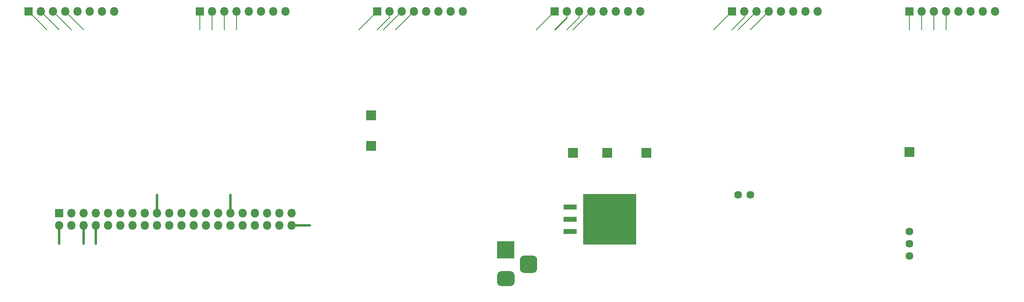
<source format=gbr>
%TF.GenerationSoftware,KiCad,Pcbnew,5.1.6-c6e7f7d~87~ubuntu20.04.1*%
%TF.CreationDate,2020-09-03T23:23:25-04:00*%
%TF.ProjectId,Nixie_Clk_Mother,4e697869-655f-4436-9c6b-5f4d6f746865,rev?*%
%TF.SameCoordinates,Original*%
%TF.FileFunction,Soldermask,Top*%
%TF.FilePolarity,Negative*%
%FSLAX46Y46*%
G04 Gerber Fmt 4.6, Leading zero omitted, Abs format (unit mm)*
G04 Created by KiCad (PCBNEW 5.1.6-c6e7f7d~87~ubuntu20.04.1) date 2020-09-03 23:23:25*
%MOMM*%
%LPD*%
G01*
G04 APERTURE LIST*
%ADD10C,0.150000*%
%ADD11C,0.250000*%
%ADD12C,0.200000*%
%ADD13C,0.500000*%
%ADD14O,1.800000X1.800000*%
%ADD15R,1.800000X1.800000*%
%ADD16C,1.624000*%
%ADD17R,2.100000X2.100000*%
%ADD18R,3.600000X3.600000*%
%ADD19R,2.792400X1.116000*%
%ADD20R,10.971200X10.564800*%
G04 APERTURE END LIST*
D10*
X239014000Y-37846000D02*
X239014000Y-41656000D01*
X236474000Y-37846000D02*
X236474000Y-41656000D01*
X233934000Y-37846000D02*
X233934000Y-41656000D01*
X231394000Y-37846000D02*
X231394000Y-41656000D01*
X202184000Y-37846000D02*
X198374000Y-41656000D01*
X199644000Y-37846000D02*
X195834000Y-41656000D01*
X197104000Y-39116000D02*
X194564000Y-41656000D01*
X197104000Y-37846000D02*
X197104000Y-39116000D01*
X194564000Y-37846000D02*
X190754000Y-41656000D01*
X165354000Y-37846000D02*
X161544000Y-41656000D01*
X162814000Y-39116000D02*
X160274000Y-41656000D01*
X162814000Y-37846000D02*
X162814000Y-39116000D01*
D11*
X160274000Y-39116000D02*
X157734000Y-41656000D01*
D10*
X160274000Y-37846000D02*
X160274000Y-39116000D01*
X157734000Y-37846000D02*
X153924000Y-41656000D01*
X128524000Y-37846000D02*
X124714000Y-41656000D01*
X125984000Y-37846000D02*
X122174000Y-41656000D01*
D12*
X123444000Y-39116000D02*
X120904000Y-41656000D01*
D10*
X123444000Y-37846000D02*
X123444000Y-39116000D01*
X120904000Y-37846000D02*
X117094000Y-41656000D01*
X56134000Y-37846000D02*
X59944000Y-41656000D01*
X53594000Y-37846000D02*
X57404000Y-41656000D01*
X51054000Y-37846000D02*
X54864000Y-41656000D01*
X48514000Y-37846000D02*
X52324000Y-41656000D01*
X91694000Y-37846000D02*
X91694000Y-41656000D01*
X89154000Y-37846000D02*
X89154000Y-41656000D01*
X86614000Y-37846000D02*
X86614000Y-41656000D01*
X84074000Y-37846000D02*
X84074000Y-41656000D01*
D13*
X103124000Y-82296000D02*
X106934000Y-82296000D01*
X90424000Y-79756000D02*
X90424000Y-75946000D01*
X75184000Y-79756000D02*
X75184000Y-75946000D01*
X54864000Y-82296000D02*
X54864000Y-86106000D01*
X59944000Y-86106000D02*
X59944000Y-82296000D01*
X62484000Y-86106000D02*
X62484000Y-82296000D01*
D14*
%TO.C,J7*%
X101854000Y-37846000D03*
X99314000Y-37846000D03*
X96774000Y-37846000D03*
X94234000Y-37846000D03*
X91694000Y-37846000D03*
X89154000Y-37846000D03*
X86614000Y-37846000D03*
D15*
X84074000Y-37846000D03*
%TD*%
D14*
%TO.C,J6*%
X138684000Y-37846000D03*
X136144000Y-37846000D03*
X133604000Y-37846000D03*
X131064000Y-37846000D03*
X128524000Y-37846000D03*
X125984000Y-37846000D03*
X123444000Y-37846000D03*
D15*
X120904000Y-37846000D03*
%TD*%
D14*
%TO.C,J5*%
X175514000Y-37846000D03*
X172974000Y-37846000D03*
X170434000Y-37846000D03*
X167894000Y-37846000D03*
X165354000Y-37846000D03*
X162814000Y-37846000D03*
X160274000Y-37846000D03*
D15*
X157734000Y-37846000D03*
%TD*%
D14*
%TO.C,J4*%
X212344000Y-37846000D03*
X209804000Y-37846000D03*
X207264000Y-37846000D03*
X204724000Y-37846000D03*
X202184000Y-37846000D03*
X199644000Y-37846000D03*
X197104000Y-37846000D03*
D15*
X194564000Y-37846000D03*
%TD*%
D14*
%TO.C,J3*%
X249174000Y-37846000D03*
X246634000Y-37846000D03*
X244094000Y-37846000D03*
X241554000Y-37846000D03*
X239014000Y-37846000D03*
X236474000Y-37846000D03*
X233934000Y-37846000D03*
D15*
X231394000Y-37846000D03*
%TD*%
D14*
%TO.C,J2*%
X66294000Y-37846000D03*
X63754000Y-37846000D03*
X61214000Y-37846000D03*
X58674000Y-37846000D03*
X56134000Y-37846000D03*
X53594000Y-37846000D03*
X51054000Y-37846000D03*
D15*
X48514000Y-37846000D03*
%TD*%
D16*
%TO.C,U2*%
X195834000Y-75946000D03*
X198374000Y-75946000D03*
X231394000Y-88646000D03*
X231394000Y-86106000D03*
X231394000Y-83566000D03*
%TD*%
D17*
%TO.C,TP1*%
X119634000Y-65786000D03*
%TD*%
%TO.C,TP5*%
X119634000Y-59436000D03*
%TD*%
D15*
%TO.C,J1*%
X54864000Y-79756000D03*
D14*
X54864000Y-82296000D03*
X57404000Y-79756000D03*
X57404000Y-82296000D03*
X59944000Y-79756000D03*
X59944000Y-82296000D03*
X62484000Y-79756000D03*
X62484000Y-82296000D03*
X65024000Y-79756000D03*
X65024000Y-82296000D03*
X67564000Y-79756000D03*
X67564000Y-82296000D03*
X70104000Y-79756000D03*
X70104000Y-82296000D03*
X72644000Y-79756000D03*
X72644000Y-82296000D03*
X75184000Y-79756000D03*
X75184000Y-82296000D03*
X77724000Y-79756000D03*
X77724000Y-82296000D03*
X80264000Y-79756000D03*
X80264000Y-82296000D03*
X82804000Y-79756000D03*
X82804000Y-82296000D03*
X85344000Y-79756000D03*
X85344000Y-82296000D03*
X87884000Y-79756000D03*
X87884000Y-82296000D03*
X90424000Y-79756000D03*
X90424000Y-82296000D03*
X92964000Y-79756000D03*
X92964000Y-82296000D03*
X95504000Y-79756000D03*
X95504000Y-82296000D03*
X98044000Y-79756000D03*
X98044000Y-82296000D03*
X100584000Y-79756000D03*
X100584000Y-82296000D03*
X103124000Y-79756000D03*
X103124000Y-82296000D03*
%TD*%
D18*
%TO.C,J8*%
X147574000Y-87376000D03*
G36*
G01*
X148599000Y-94926000D02*
X146549000Y-94926000D01*
G75*
G02*
X145774000Y-94151000I0J775000D01*
G01*
X145774000Y-92601000D01*
G75*
G02*
X146549000Y-91826000I775000J0D01*
G01*
X148599000Y-91826000D01*
G75*
G02*
X149374000Y-92601000I0J-775000D01*
G01*
X149374000Y-94151000D01*
G75*
G02*
X148599000Y-94926000I-775000J0D01*
G01*
G37*
G36*
G01*
X153174000Y-92176000D02*
X151374000Y-92176000D01*
G75*
G02*
X150474000Y-91276000I0J900000D01*
G01*
X150474000Y-89476000D01*
G75*
G02*
X151374000Y-88576000I900000J0D01*
G01*
X153174000Y-88576000D01*
G75*
G02*
X154074000Y-89476000I0J-900000D01*
G01*
X154074000Y-91276000D01*
G75*
G02*
X153174000Y-92176000I-900000J0D01*
G01*
G37*
%TD*%
D17*
%TO.C,TP2*%
X176758999Y-67260999D03*
%TD*%
%TO.C,TP3*%
X161544000Y-67260999D03*
%TD*%
%TO.C,TP4*%
X168658999Y-67260999D03*
%TD*%
%TO.C,TP6*%
X231394000Y-67056000D03*
%TD*%
D19*
%TO.C,U1*%
X160883600Y-78486000D03*
X160883600Y-81026000D03*
X160883600Y-83566000D03*
D20*
X169164000Y-81026000D03*
%TD*%
M02*

</source>
